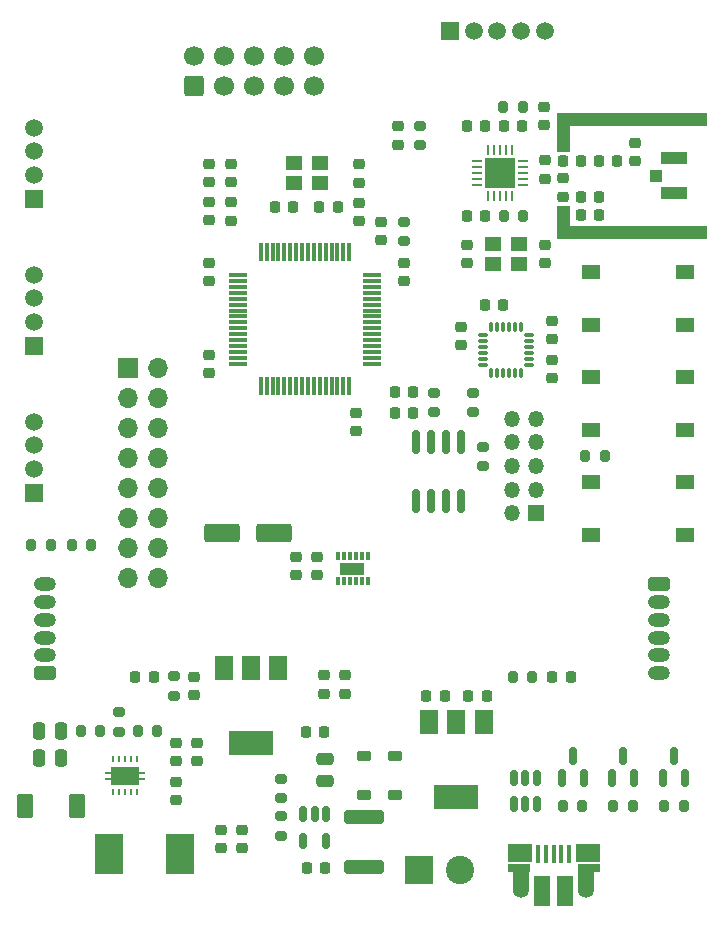
<source format=gbr>
%TF.GenerationSoftware,KiCad,Pcbnew,7.0.1*%
%TF.CreationDate,2023-10-06T11:10:41+02:00*%
%TF.ProjectId,Drv_board,4472765f-626f-4617-9264-2e6b69636164,rev?*%
%TF.SameCoordinates,Original*%
%TF.FileFunction,Soldermask,Top*%
%TF.FilePolarity,Negative*%
%FSLAX46Y46*%
G04 Gerber Fmt 4.6, Leading zero omitted, Abs format (unit mm)*
G04 Created by KiCad (PCBNEW 7.0.1) date 2023-10-06 11:10:41*
%MOMM*%
%LPD*%
G01*
G04 APERTURE LIST*
G04 Aperture macros list*
%AMRoundRect*
0 Rectangle with rounded corners*
0 $1 Rounding radius*
0 $2 $3 $4 $5 $6 $7 $8 $9 X,Y pos of 4 corners*
0 Add a 4 corners polygon primitive as box body*
4,1,4,$2,$3,$4,$5,$6,$7,$8,$9,$2,$3,0*
0 Add four circle primitives for the rounded corners*
1,1,$1+$1,$2,$3*
1,1,$1+$1,$4,$5*
1,1,$1+$1,$6,$7*
1,1,$1+$1,$8,$9*
0 Add four rect primitives between the rounded corners*
20,1,$1+$1,$2,$3,$4,$5,0*
20,1,$1+$1,$4,$5,$6,$7,0*
20,1,$1+$1,$6,$7,$8,$9,0*
20,1,$1+$1,$8,$9,$2,$3,0*%
G04 Aperture macros list end*
%ADD10C,0.005000*%
%ADD11RoundRect,0.200000X-0.200000X-0.275000X0.200000X-0.275000X0.200000X0.275000X-0.200000X0.275000X0*%
%ADD12R,1.500000X1.500000*%
%ADD13C,1.500000*%
%ADD14RoundRect,0.225000X-0.250000X0.225000X-0.250000X-0.225000X0.250000X-0.225000X0.250000X0.225000X0*%
%ADD15RoundRect,0.200000X-0.275000X0.200000X-0.275000X-0.200000X0.275000X-0.200000X0.275000X0.200000X0*%
%ADD16RoundRect,0.225000X0.225000X0.250000X-0.225000X0.250000X-0.225000X-0.250000X0.225000X-0.250000X0*%
%ADD17R,1.500000X2.000000*%
%ADD18R,3.800000X2.000000*%
%ADD19R,1.350000X1.350000*%
%ADD20O,1.350000X1.350000*%
%ADD21RoundRect,0.250000X-0.475000X0.250000X-0.475000X-0.250000X0.475000X-0.250000X0.475000X0.250000X0*%
%ADD22R,0.400000X1.650000*%
%ADD23R,1.825000X0.700000*%
%ADD24R,2.000000X1.500000*%
%ADD25R,1.350000X2.000000*%
%ADD26O,1.350000X1.700000*%
%ADD27O,1.100000X1.500000*%
%ADD28R,1.430000X2.500000*%
%ADD29RoundRect,0.250000X0.685000X-0.335000X0.685000X0.335000X-0.685000X0.335000X-0.685000X-0.335000X0*%
%ADD30O,1.870000X1.170000*%
%ADD31RoundRect,0.250000X0.600000X-0.600000X0.600000X0.600000X-0.600000X0.600000X-0.600000X-0.600000X0*%
%ADD32C,1.700000*%
%ADD33RoundRect,0.225000X0.250000X-0.225000X0.250000X0.225000X-0.250000X0.225000X-0.250000X-0.225000X0*%
%ADD34RoundRect,0.200000X0.275000X-0.200000X0.275000X0.200000X-0.275000X0.200000X-0.275000X-0.200000X0*%
%ADD35RoundRect,0.150000X0.150000X-0.587500X0.150000X0.587500X-0.150000X0.587500X-0.150000X-0.587500X0*%
%ADD36RoundRect,0.200000X0.200000X0.275000X-0.200000X0.275000X-0.200000X-0.275000X0.200000X-0.275000X0*%
%ADD37RoundRect,0.218750X-0.256250X0.218750X-0.256250X-0.218750X0.256250X-0.218750X0.256250X0.218750X0*%
%ADD38R,1.550000X1.300000*%
%ADD39RoundRect,0.250000X-0.250000X-0.475000X0.250000X-0.475000X0.250000X0.475000X-0.250000X0.475000X0*%
%ADD40RoundRect,0.225000X-0.375000X0.225000X-0.375000X-0.225000X0.375000X-0.225000X0.375000X0.225000X0*%
%ADD41R,2.350000X3.500000*%
%ADD42RoundRect,0.075000X-0.075000X0.700000X-0.075000X-0.700000X0.075000X-0.700000X0.075000X0.700000X0*%
%ADD43RoundRect,0.075000X-0.700000X0.075000X-0.700000X-0.075000X0.700000X-0.075000X0.700000X0.075000X0*%
%ADD44R,2.400000X2.400000*%
%ADD45C,2.400000*%
%ADD46RoundRect,0.250000X-0.450000X-0.800000X0.450000X-0.800000X0.450000X0.800000X-0.450000X0.800000X0*%
%ADD47RoundRect,0.225000X-0.225000X-0.250000X0.225000X-0.250000X0.225000X0.250000X-0.225000X0.250000X0*%
%ADD48R,1.700000X1.700000*%
%ADD49O,1.700000X1.700000*%
%ADD50RoundRect,0.150000X0.150000X-0.825000X0.150000X0.825000X-0.150000X0.825000X-0.150000X-0.825000X0*%
%ADD51RoundRect,0.218750X0.256250X-0.218750X0.256250X0.218750X-0.256250X0.218750X-0.256250X-0.218750X0*%
%ADD52R,0.300000X0.700000*%
%ADD53R,2.100000X1.000000*%
%ADD54RoundRect,0.250000X-0.685000X0.335000X-0.685000X-0.335000X0.685000X-0.335000X0.685000X0.335000X0*%
%ADD55RoundRect,0.218750X-0.218750X-0.256250X0.218750X-0.256250X0.218750X0.256250X-0.218750X0.256250X0*%
%ADD56RoundRect,0.250000X1.450000X-0.312500X1.450000X0.312500X-1.450000X0.312500X-1.450000X-0.312500X0*%
%ADD57R,1.400000X1.200000*%
%ADD58RoundRect,0.062500X-0.350000X-0.062500X0.350000X-0.062500X0.350000X0.062500X-0.350000X0.062500X0*%
%ADD59RoundRect,0.062500X-0.062500X-0.350000X0.062500X-0.350000X0.062500X0.350000X-0.062500X0.350000X0*%
%ADD60R,2.500000X2.500000*%
%ADD61RoundRect,0.075000X0.075000X-0.350000X0.075000X0.350000X-0.075000X0.350000X-0.075000X-0.350000X0*%
%ADD62RoundRect,0.075000X0.350000X0.075000X-0.350000X0.075000X-0.350000X-0.075000X0.350000X-0.075000X0*%
%ADD63RoundRect,0.150000X0.150000X-0.512500X0.150000X0.512500X-0.150000X0.512500X-0.150000X-0.512500X0*%
%ADD64RoundRect,0.150000X-0.150000X0.512500X-0.150000X-0.512500X0.150000X-0.512500X0.150000X0.512500X0*%
%ADD65RoundRect,0.250000X-1.250000X-0.550000X1.250000X-0.550000X1.250000X0.550000X-1.250000X0.550000X0*%
%ADD66RoundRect,0.218750X0.218750X0.256250X-0.218750X0.256250X-0.218750X-0.256250X0.218750X-0.256250X0*%
%ADD67R,0.240000X0.600000*%
%ADD68R,2.400000X1.650000*%
%ADD69R,0.500000X0.250000*%
%ADD70R,2.200000X1.050000*%
%ADD71R,1.050000X1.000000*%
G04 APERTURE END LIST*
D10*
X147320000Y-80568800D02*
X148336000Y-80568800D01*
X148336000Y-82753200D01*
X147320000Y-82753200D01*
X147320000Y-80568800D01*
G36*
X147320000Y-80568800D02*
G01*
X148336000Y-80568800D01*
X148336000Y-82753200D01*
X147320000Y-82753200D01*
X147320000Y-80568800D01*
G37*
X147320000Y-89103200D02*
X159918400Y-89103200D01*
X159918400Y-90119200D01*
X147320000Y-90119200D01*
X147320000Y-89103200D01*
G36*
X147320000Y-89103200D02*
G01*
X159918400Y-89103200D01*
X159918400Y-90119200D01*
X147320000Y-90119200D01*
X147320000Y-89103200D01*
G37*
X147320000Y-79552800D02*
X159918400Y-79552800D01*
X159918400Y-80568800D01*
X147320000Y-80568800D01*
X147320000Y-79552800D01*
G36*
X147320000Y-79552800D02*
G01*
X159918400Y-79552800D01*
X159918400Y-80568800D01*
X147320000Y-80568800D01*
X147320000Y-79552800D01*
G37*
X147320000Y-87376000D02*
X148336000Y-87376000D01*
X148336000Y-89128600D01*
X147320000Y-89128600D01*
X147320000Y-87376000D01*
G36*
X147320000Y-87376000D02*
G01*
X148336000Y-87376000D01*
X148336000Y-89128600D01*
X147320000Y-89128600D01*
X147320000Y-87376000D01*
G37*
D11*
%TO.C,R12*%
X143574000Y-127254000D03*
X145224000Y-127254000D03*
%TD*%
D12*
%TO.C,J5*%
X138294000Y-72560000D03*
D13*
X140294000Y-72560000D03*
X142294000Y-72560000D03*
X144294000Y-72560000D03*
X146294000Y-72560000D03*
%TD*%
D14*
%TO.C,C41*%
X146927000Y-100444000D03*
X146927000Y-101994000D03*
%TD*%
%TO.C,C37*%
X146304000Y-90665000D03*
X146304000Y-92215000D03*
%TD*%
D15*
%TO.C,R2*%
X134366000Y-88710000D03*
X134366000Y-90360000D03*
%TD*%
D16*
%TO.C,C21*%
X127711000Y-143422400D03*
X126161000Y-143422400D03*
%TD*%
%TO.C,C43*%
X135141000Y-103124000D03*
X133591000Y-103124000D03*
%TD*%
D14*
%TO.C,C24*%
X115074200Y-132843000D03*
X115074200Y-134393000D03*
%TD*%
%TO.C,C23*%
X116852200Y-132843000D03*
X116852200Y-134393000D03*
%TD*%
D11*
%TO.C,R4*%
X149734000Y-108585000D03*
X151384000Y-108585000D03*
%TD*%
D17*
%TO.C,U5*%
X123724200Y-126531000D03*
X121424200Y-126531000D03*
D18*
X121424200Y-132831000D03*
D17*
X119124200Y-126531000D03*
%TD*%
D14*
%TO.C,C45*%
X146927000Y-97142000D03*
X146927000Y-98692000D03*
%TD*%
D19*
%TO.C,J7*%
X145542000Y-113410000D03*
D20*
X143542000Y-113410000D03*
X145542000Y-111410000D03*
X143542000Y-111410000D03*
X145542000Y-109410000D03*
X143542000Y-109410000D03*
X145542000Y-107410000D03*
X143542000Y-107410000D03*
X145542000Y-105410000D03*
X143542000Y-105410000D03*
%TD*%
D15*
%TO.C,R10*%
X110248200Y-130253000D03*
X110248200Y-131903000D03*
%TD*%
D21*
%TO.C,C22*%
X127672600Y-134192000D03*
X127672600Y-136092000D03*
%TD*%
D22*
%TO.C,J1*%
X145741000Y-142253000D03*
X146391000Y-142253000D03*
X147041000Y-142253000D03*
X147691000Y-142253000D03*
X148341000Y-142253000D03*
D23*
X144091000Y-143453000D03*
D24*
X144191000Y-142153000D03*
D25*
X144311000Y-144203000D03*
D26*
X144311000Y-145133000D03*
D27*
X144621000Y-142133000D03*
D28*
X146081000Y-145403000D03*
X148001000Y-145403000D03*
D27*
X149461000Y-142133000D03*
D26*
X149771000Y-145133000D03*
D25*
X149791000Y-144203000D03*
D24*
X149941000Y-142133000D03*
D23*
X150041000Y-143453000D03*
%TD*%
D16*
%TO.C,C18*%
X127647200Y-131967000D03*
X126097200Y-131967000D03*
%TD*%
D29*
%TO.C,J8*%
X104000000Y-126940000D03*
D30*
X104000000Y-125440000D03*
X104000000Y-123940000D03*
X104000000Y-122440000D03*
X104000000Y-120940000D03*
X104000000Y-119440000D03*
%TD*%
D31*
%TO.C,J4*%
X116586000Y-77206500D03*
D32*
X116586000Y-74666500D03*
X119126000Y-77206500D03*
X119126000Y-74666500D03*
X121666000Y-77206500D03*
X121666000Y-74666500D03*
X124206000Y-77206500D03*
X124206000Y-74666500D03*
X126746000Y-77206500D03*
X126746000Y-74666500D03*
%TD*%
D33*
%TO.C,C14*%
X118872000Y-141745000D03*
X118872000Y-140195000D03*
%TD*%
D14*
%TO.C,C26*%
X127647200Y-127128000D03*
X127647200Y-128678000D03*
%TD*%
D16*
%TO.C,C12*%
X125015000Y-87464000D03*
X123465000Y-87464000D03*
%TD*%
D34*
%TO.C,R3*%
X135763000Y-82232000D03*
X135763000Y-80582000D03*
%TD*%
D33*
%TO.C,C5*%
X117906800Y-101562200D03*
X117906800Y-100012200D03*
%TD*%
%TO.C,C32*%
X153924000Y-83579000D03*
X153924000Y-82029000D03*
%TD*%
D35*
%TO.C,Q1*%
X156288200Y-135825500D03*
X158188200Y-135825500D03*
X157238200Y-133950500D03*
%TD*%
D36*
%TO.C,R6*%
X158063200Y-138188000D03*
X156413200Y-138188000D03*
%TD*%
D16*
%TO.C,C40*%
X141230008Y-80645000D03*
X139680008Y-80645000D03*
%TD*%
D37*
%TO.C,D1*%
X133858000Y-80619500D03*
X133858000Y-82194500D03*
%TD*%
D11*
%TO.C,R15*%
X111836200Y-131840000D03*
X113486200Y-131840000D03*
%TD*%
D38*
%TO.C,S1*%
X150203000Y-93000000D03*
X158153000Y-93000000D03*
X150203000Y-97500000D03*
X158153000Y-97500000D03*
%TD*%
D14*
%TO.C,C1*%
X130556000Y-83857800D03*
X130556000Y-85407800D03*
%TD*%
D39*
%TO.C,C16*%
X103456200Y-134126000D03*
X105356200Y-134126000D03*
%TD*%
D40*
%TO.C,D5*%
X131000000Y-134000000D03*
X131000000Y-137300000D03*
%TD*%
D41*
%TO.C,L1*%
X115437200Y-142254000D03*
X109377200Y-142254000D03*
%TD*%
D42*
%TO.C,U2*%
X129750000Y-91325000D03*
X129250000Y-91325000D03*
X128750000Y-91325000D03*
X128250000Y-91325000D03*
X127750000Y-91325000D03*
X127250000Y-91325000D03*
X126750000Y-91325000D03*
X126250000Y-91325000D03*
X125750000Y-91325000D03*
X125250000Y-91325000D03*
X124750000Y-91325000D03*
X124250000Y-91325000D03*
X123750000Y-91325000D03*
X123250000Y-91325000D03*
X122750000Y-91325000D03*
X122250000Y-91325000D03*
D43*
X120325000Y-93250000D03*
X120325000Y-93750000D03*
X120325000Y-94250000D03*
X120325000Y-94750000D03*
X120325000Y-95250000D03*
X120325000Y-95750000D03*
X120325000Y-96250000D03*
X120325000Y-96750000D03*
X120325000Y-97250000D03*
X120325000Y-97750000D03*
X120325000Y-98250000D03*
X120325000Y-98750000D03*
X120325000Y-99250000D03*
X120325000Y-99750000D03*
X120325000Y-100250000D03*
X120325000Y-100750000D03*
D42*
X122250000Y-102675000D03*
X122750000Y-102675000D03*
X123250000Y-102675000D03*
X123750000Y-102675000D03*
X124250000Y-102675000D03*
X124750000Y-102675000D03*
X125250000Y-102675000D03*
X125750000Y-102675000D03*
X126250000Y-102675000D03*
X126750000Y-102675000D03*
X127250000Y-102675000D03*
X127750000Y-102675000D03*
X128250000Y-102675000D03*
X128750000Y-102675000D03*
X129250000Y-102675000D03*
X129750000Y-102675000D03*
D43*
X131675000Y-100750000D03*
X131675000Y-100250000D03*
X131675000Y-99750000D03*
X131675000Y-99250000D03*
X131675000Y-98750000D03*
X131675000Y-98250000D03*
X131675000Y-97750000D03*
X131675000Y-97250000D03*
X131675000Y-96750000D03*
X131675000Y-96250000D03*
X131675000Y-95750000D03*
X131675000Y-95250000D03*
X131675000Y-94750000D03*
X131675000Y-94250000D03*
X131675000Y-93750000D03*
X131675000Y-93250000D03*
%TD*%
D44*
%TO.C,BT1*%
X135648200Y-143572000D03*
D45*
X139148200Y-143572000D03*
%TD*%
D37*
%TO.C,L5*%
X147828000Y-85064500D03*
X147828000Y-86639500D03*
%TD*%
D46*
%TO.C,D4*%
X102333200Y-138190000D03*
X106733200Y-138190000D03*
%TD*%
D33*
%TO.C,C30*%
X127000000Y-118665000D03*
X127000000Y-117115000D03*
%TD*%
D47*
%TO.C,C35*%
X142855008Y-80645000D03*
X144405008Y-80645000D03*
%TD*%
D48*
%TO.C,J11*%
X110998000Y-101087000D03*
D49*
X113538000Y-101087000D03*
X110998000Y-103627000D03*
X113538000Y-103627000D03*
X110998000Y-106167000D03*
X113538000Y-106167000D03*
X110998000Y-108707000D03*
X113538000Y-108707000D03*
X110998000Y-111247000D03*
X113538000Y-111247000D03*
X110998000Y-113787000D03*
X113538000Y-113787000D03*
X110998000Y-116327000D03*
X113538000Y-116327000D03*
X110998000Y-118867000D03*
X113538000Y-118867000D03*
%TD*%
D40*
%TO.C,D3*%
X133616200Y-134000000D03*
X133616200Y-137300000D03*
%TD*%
D15*
%TO.C,R16*%
X123964200Y-139066800D03*
X123964200Y-140716800D03*
%TD*%
D14*
%TO.C,C2*%
X134366000Y-92189000D03*
X134366000Y-93739000D03*
%TD*%
D35*
%TO.C,Q2*%
X151970200Y-135825500D03*
X153870200Y-135825500D03*
X152920200Y-133950500D03*
%TD*%
D50*
%TO.C,U7*%
X135382000Y-112330000D03*
X136652000Y-112330000D03*
X137922000Y-112330000D03*
X139192000Y-112330000D03*
X139192000Y-107380000D03*
X137922000Y-107380000D03*
X136652000Y-107380000D03*
X135382000Y-107380000D03*
%TD*%
D47*
%TO.C,C31*%
X150863000Y-83566000D03*
X152413000Y-83566000D03*
%TD*%
D12*
%TO.C,J2*%
X103040000Y-99212000D03*
D13*
X103040000Y-97212000D03*
X103040000Y-95212000D03*
X103040000Y-93212000D03*
%TD*%
D51*
%TO.C,FB1*%
X117906800Y-85382500D03*
X117906800Y-83807500D03*
%TD*%
D11*
%TO.C,R9*%
X102807000Y-116078000D03*
X104457000Y-116078000D03*
%TD*%
D14*
%TO.C,C6*%
X130302000Y-104889000D03*
X130302000Y-106439000D03*
%TD*%
D52*
%TO.C,IC2*%
X128798000Y-119160000D03*
X129298000Y-119160000D03*
X129798000Y-119160000D03*
X130298000Y-119160000D03*
X130798000Y-119160000D03*
X131298000Y-119160000D03*
X131298000Y-117060000D03*
X130798000Y-117060000D03*
X130298000Y-117060000D03*
X129798000Y-117060000D03*
X129298000Y-117060000D03*
X128798000Y-117060000D03*
D53*
X130000000Y-118110000D03*
%TD*%
D14*
%TO.C,C9*%
X119735600Y-83820000D03*
X119735600Y-85370000D03*
%TD*%
D47*
%TO.C,C42*%
X141199000Y-95758000D03*
X142749000Y-95758000D03*
%TD*%
D14*
%TO.C,C46*%
X139192000Y-97650000D03*
X139192000Y-99200000D03*
%TD*%
D33*
%TO.C,C7*%
X119735600Y-88634200D03*
X119735600Y-87084200D03*
%TD*%
D12*
%TO.C,J6*%
X103047800Y-111664000D03*
D13*
X103047800Y-109664000D03*
X103047800Y-107664000D03*
X103047800Y-105664000D03*
%TD*%
D38*
%TO.C,S3*%
X150203000Y-110780000D03*
X158153000Y-110780000D03*
X150203000Y-115280000D03*
X158153000Y-115280000D03*
%TD*%
D16*
%TO.C,C20*%
X137820200Y-128919000D03*
X136270200Y-128919000D03*
%TD*%
D33*
%TO.C,C29*%
X125222000Y-118665000D03*
X125222000Y-117115000D03*
%TD*%
D35*
%TO.C,D2*%
X147718200Y-135825500D03*
X149618200Y-135825500D03*
X148668200Y-133950500D03*
%TD*%
D54*
%TO.C,J9*%
X156000000Y-119440000D03*
D30*
X156000000Y-120940000D03*
X156000000Y-122440000D03*
X156000000Y-123940000D03*
X156000000Y-125440000D03*
X156000000Y-126940000D03*
%TD*%
D36*
%TO.C,R14*%
X108660200Y-131840000D03*
X107010200Y-131840000D03*
%TD*%
D55*
%TO.C,L3*%
X147802500Y-83566000D03*
X149377500Y-83566000D03*
%TD*%
D33*
%TO.C,C10*%
X132461000Y-90310000D03*
X132461000Y-88760000D03*
%TD*%
D39*
%TO.C,C17*%
X103456200Y-131840000D03*
X105356200Y-131840000D03*
%TD*%
D33*
%TO.C,C25*%
X116598200Y-128805000D03*
X116598200Y-127255000D03*
%TD*%
D47*
%TO.C,C11*%
X127215600Y-87464000D03*
X128765600Y-87464000D03*
%TD*%
D56*
%TO.C,L2*%
X131000000Y-143400900D03*
X131000000Y-139125900D03*
%TD*%
D33*
%TO.C,C13*%
X115074200Y-137695000D03*
X115074200Y-136145000D03*
%TD*%
D12*
%TO.C,J3*%
X103040000Y-86766000D03*
D13*
X103040000Y-84766000D03*
X103040000Y-82766000D03*
X103040000Y-80766000D03*
%TD*%
D38*
%TO.C,S2*%
X150203000Y-101890000D03*
X158153000Y-101890000D03*
X150203000Y-106390000D03*
X158153000Y-106390000D03*
%TD*%
D57*
%TO.C,Y2*%
X141902000Y-92290000D03*
X144102000Y-92290000D03*
X144102000Y-90590000D03*
X141902000Y-90590000D03*
%TD*%
D16*
%TO.C,C39*%
X150889000Y-88138000D03*
X149339000Y-88138000D03*
%TD*%
%TO.C,C44*%
X135141000Y-104902000D03*
X133591000Y-104902000D03*
%TD*%
D33*
%TO.C,C36*%
X139700000Y-92215000D03*
X139700000Y-90665000D03*
%TD*%
D15*
%TO.C,R11*%
X123964200Y-135891800D03*
X123964200Y-137541800D03*
%TD*%
%TO.C,R1*%
X141097000Y-107760000D03*
X141097000Y-109410000D03*
%TD*%
D55*
%TO.C,D7*%
X111607500Y-127254000D03*
X113182500Y-127254000D03*
%TD*%
D58*
%TO.C,U6*%
X140556500Y-83582000D03*
X140556500Y-84082000D03*
X140556500Y-84582000D03*
X140556500Y-85082000D03*
X140556500Y-85582000D03*
D59*
X141494000Y-86519500D03*
X141994000Y-86519500D03*
X142494000Y-86519500D03*
X142994000Y-86519500D03*
X143494000Y-86519500D03*
D58*
X144431500Y-85582000D03*
X144431500Y-85082000D03*
X144431500Y-84582000D03*
X144431500Y-84082000D03*
X144431500Y-83582000D03*
D59*
X143494000Y-82644500D03*
X142994000Y-82644500D03*
X142494000Y-82644500D03*
X141994000Y-82644500D03*
X141494000Y-82644500D03*
D60*
X142494000Y-84582000D03*
%TD*%
D47*
%TO.C,C33*%
X139687000Y-88265000D03*
X141237000Y-88265000D03*
%TD*%
D11*
%TO.C,R17*%
X142812000Y-88265000D03*
X144462000Y-88265000D03*
%TD*%
D61*
%TO.C,U8*%
X141752000Y-101518000D03*
X142252000Y-101518000D03*
X142752000Y-101518000D03*
X143252000Y-101518000D03*
X143752000Y-101518000D03*
X144252000Y-101518000D03*
D62*
X144952000Y-100818000D03*
X144952000Y-100318000D03*
X144952000Y-99818000D03*
X144952000Y-99318000D03*
X144952000Y-98818000D03*
X144952000Y-98318000D03*
D61*
X144252000Y-97618000D03*
X143752000Y-97618000D03*
X143252000Y-97618000D03*
X142752000Y-97618000D03*
X142252000Y-97618000D03*
X141752000Y-97618000D03*
D62*
X141052000Y-98318000D03*
X141052000Y-98818000D03*
X141052000Y-99318000D03*
X141052000Y-99818000D03*
X141052000Y-100318000D03*
X141052000Y-100818000D03*
%TD*%
D34*
%TO.C,R13*%
X114935000Y-128841000D03*
X114935000Y-127191000D03*
%TD*%
D57*
%TO.C,Y1*%
X127288000Y-83732000D03*
X125088000Y-83732000D03*
X125088000Y-85432000D03*
X127288000Y-85432000D03*
%TD*%
D33*
%TO.C,C8*%
X117906800Y-88621200D03*
X117906800Y-87071200D03*
%TD*%
D14*
%TO.C,C27*%
X129425200Y-127128000D03*
X129425200Y-128678000D03*
%TD*%
D63*
%TO.C,U1*%
X143715200Y-138057500D03*
X144665200Y-138057500D03*
X145615200Y-138057500D03*
X145615200Y-135782500D03*
X144665200Y-135782500D03*
X143715200Y-135782500D03*
%TD*%
D47*
%TO.C,C19*%
X139826200Y-128919000D03*
X141376200Y-128919000D03*
%TD*%
D33*
%TO.C,C4*%
X117909600Y-93739000D03*
X117909600Y-92189000D03*
%TD*%
%TO.C,C3*%
X130556000Y-88659000D03*
X130556000Y-87109000D03*
%TD*%
D11*
%TO.C,R7*%
X106236000Y-116078000D03*
X107886000Y-116078000D03*
%TD*%
D37*
%TO.C,L4*%
X146304000Y-83540500D03*
X146304000Y-85115500D03*
%TD*%
D11*
%TO.C,R18*%
X142805008Y-78994000D03*
X144455008Y-78994000D03*
%TD*%
D64*
%TO.C,U4*%
X127759000Y-138855900D03*
X126809000Y-138855900D03*
X125859000Y-138855900D03*
X125859000Y-141130900D03*
X127759000Y-141130900D03*
%TD*%
D65*
%TO.C,C28*%
X118958000Y-115096000D03*
X123358000Y-115096000D03*
%TD*%
D66*
%TO.C,D6*%
X148488500Y-127254000D03*
X146913500Y-127254000D03*
%TD*%
D16*
%TO.C,C38*%
X150889000Y-86614000D03*
X149339000Y-86614000D03*
%TD*%
D33*
%TO.C,C15*%
X120662200Y-141745000D03*
X120662200Y-140195000D03*
%TD*%
%TO.C,C34*%
X146195408Y-80556400D03*
X146195408Y-79006400D03*
%TD*%
D67*
%TO.C,IC1*%
X111748200Y-134247000D03*
X111248200Y-134247000D03*
X110748200Y-134247000D03*
X110248200Y-134247000D03*
X109748200Y-134247000D03*
X109748200Y-137047000D03*
X110248200Y-137047000D03*
X110748200Y-137047000D03*
X111248200Y-137047000D03*
X111748200Y-137047000D03*
D68*
X110748200Y-135647000D03*
D69*
X109298200Y-135397000D03*
X109298200Y-135897000D03*
X112198200Y-135897000D03*
X112198200Y-135397000D03*
%TD*%
D34*
%TO.C,R20*%
X140208000Y-104838000D03*
X140208000Y-103188000D03*
%TD*%
D17*
%TO.C,U3*%
X141123200Y-131103000D03*
X138823200Y-131103000D03*
D18*
X138823200Y-137403000D03*
D17*
X136523200Y-131103000D03*
%TD*%
D70*
%TO.C,J10*%
X157226000Y-83361000D03*
X157226000Y-86311000D03*
D71*
X155726000Y-84836000D03*
%TD*%
D36*
%TO.C,R5*%
X149493200Y-138190000D03*
X147843200Y-138190000D03*
%TD*%
%TO.C,R8*%
X153745200Y-138188000D03*
X152095200Y-138188000D03*
%TD*%
D34*
%TO.C,R19*%
X136906000Y-104838000D03*
X136906000Y-103188000D03*
%TD*%
M02*

</source>
